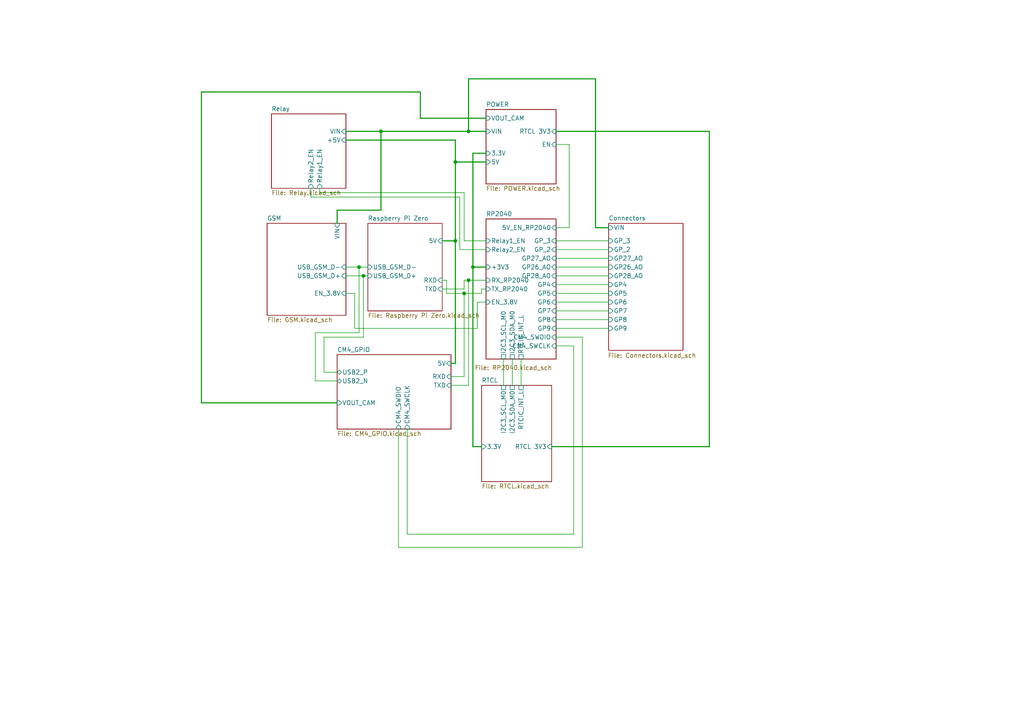
<source format=kicad_sch>
(kicad_sch (version 20230819) (generator eeschema)
  (paper "A4")
  (lib_symbols)
  (junction (at 137.16 77.47))
  (junction (at 135.89 81.28))
  (junction (at 134.62 85.09))
  (junction (at 135.89 38.1))
  (junction (at 132.08 69.85))
  (junction (at 110.49 38.1))
  (junction (at 105.41 80.01))
  (junction (at 104.14 77.47))
  (junction (at 132.08 46.99))
  (wire (pts (xy 148.59 104.14) (xy 148.59 111.76)))
  (wire (pts (xy 104.14 96.52) (xy 104.14 77.47)))
  (wire (pts (xy 91.44 110.49) (xy 91.44 96.52)))
  (wire (pts (xy 58.42 116.84) (xy 97.79 116.84)) (stroke (width 0.3048)))
  (wire (pts (xy 132.08 46.99) (xy 140.97 46.99)) (stroke (width 0.3048)))
  (wire (pts (xy 161.29 80.01) (xy 176.53 80.01)))
  (wire (pts (xy 105.41 80.01) (xy 106.68 80.01)))
  (wire (pts (xy 161.29 100.33) (xy 166.37 100.33)))
  (wire (pts (xy 115.57 124.46) (xy 115.57 158.75)))
  (wire (pts (xy 102.87 85.09) (xy 102.87 95.25)))
  (wire (pts (xy 165.1 66.04) (xy 165.1 41.91)))
  (wire (pts (xy 168.91 97.79) (xy 161.29 97.79)))
  (wire (pts (xy 134.62 109.22) (xy 134.62 85.09)))
  (wire (pts (xy 172.72 22.86) (xy 172.72 66.04)) (stroke (width 0.3048)))
  (wire (pts (xy 97.79 110.49) (xy 91.44 110.49)))
  (wire (pts (xy 166.37 100.33) (xy 166.37 154.94)))
  (wire (pts (xy 93.98 97.79) (xy 105.41 97.79)))
  (wire (pts (xy 161.29 92.71) (xy 176.53 92.71)))
  (wire (pts (xy 140.97 44.45) (xy 137.16 44.45)) (stroke (width 0.3048)))
  (wire (pts (xy 133.35 72.39) (xy 133.35 57.15)))
  (wire (pts (xy 133.35 57.15) (xy 90.17 57.15)))
  (wire (pts (xy 100.33 38.1) (xy 110.49 38.1)) (stroke (width 0.3048)))
  (wire (pts (xy 100.33 77.47) (xy 104.14 77.47)))
  (wire (pts (xy 110.49 60.96) (xy 97.79 60.96)) (stroke (width 0.3048)))
  (wire (pts (xy 135.89 22.86) (xy 172.72 22.86)) (stroke (width 0.3048)))
  (wire (pts (xy 110.49 38.1) (xy 135.89 38.1)) (stroke (width 0.3048)))
  (wire (pts (xy 161.29 74.93) (xy 176.53 74.93)))
  (wire (pts (xy 139.7 83.82) (xy 140.97 83.82)))
  (wire (pts (xy 97.79 60.96) (xy 97.79 64.77)) (stroke (width 0.3048)))
  (wire (pts (xy 135.89 38.1) (xy 135.89 22.86)) (stroke (width 0.3048)))
  (wire (pts (xy 134.62 81.28) (xy 134.62 83.82)))
  (wire (pts (xy 134.62 85.09) (xy 139.7 85.09)))
  (wire (pts (xy 140.97 81.28) (xy 135.89 81.28)))
  (wire (pts (xy 130.81 109.22) (xy 134.62 109.22)))
  (wire (pts (xy 92.71 54.61) (xy 92.71 55.88)))
  (wire (pts (xy 161.29 95.25) (xy 176.53 95.25)))
  (wire (pts (xy 135.89 81.28) (xy 134.62 81.28)))
  (wire (pts (xy 129.54 81.28) (xy 129.54 85.09)))
  (wire (pts (xy 160.02 129.54) (xy 205.74 129.54)) (stroke (width 0.3048)))
  (wire (pts (xy 161.29 69.85) (xy 176.53 69.85)))
  (wire (pts (xy 172.72 66.04) (xy 176.53 66.04)) (stroke (width 0.3048)))
  (wire (pts (xy 135.89 111.76) (xy 135.89 81.28)))
  (wire (pts (xy 138.43 87.63) (xy 138.43 95.25)))
  (wire (pts (xy 121.92 34.29) (xy 121.92 26.67)) (stroke (width 0.3048)))
  (wire (pts (xy 134.62 55.88) (xy 134.62 69.85)))
  (wire (pts (xy 166.37 154.94) (xy 118.11 154.94)))
  (wire (pts (xy 161.29 66.04) (xy 165.1 66.04)))
  (wire (pts (xy 135.89 38.1) (xy 140.97 38.1)) (stroke (width 0.3048)))
  (wire (pts (xy 130.81 111.76) (xy 135.89 111.76)))
  (wire (pts (xy 161.29 72.39) (xy 176.53 72.39)))
  (wire (pts (xy 100.33 80.01) (xy 105.41 80.01)))
  (wire (pts (xy 137.16 44.45) (xy 137.16 77.47)) (stroke (width 0.3048)))
  (wire (pts (xy 161.29 85.09) (xy 176.53 85.09)))
  (wire (pts (xy 121.92 26.67) (xy 58.42 26.67)) (stroke (width 0.3048)))
  (wire (pts (xy 129.54 85.09) (xy 134.62 85.09)))
  (wire (pts (xy 137.16 77.47) (xy 137.16 129.54)) (stroke (width 0.3048)))
  (wire (pts (xy 132.08 105.41) (xy 130.81 105.41)) (stroke (width 0.3048)))
  (wire (pts (xy 105.41 97.79) (xy 105.41 80.01)))
  (wire (pts (xy 90.17 57.15) (xy 90.17 54.61)))
  (wire (pts (xy 138.43 95.25) (xy 102.87 95.25)))
  (wire (pts (xy 151.13 104.14) (xy 151.13 111.76)))
  (wire (pts (xy 161.29 82.55) (xy 176.53 82.55)))
  (wire (pts (xy 132.08 40.64) (xy 132.08 46.99)) (stroke (width 0.3048)))
  (wire (pts (xy 100.33 40.64) (xy 132.08 40.64)) (stroke (width 0.3048)))
  (wire (pts (xy 205.74 38.1) (xy 161.29 38.1)) (stroke (width 0.3048)))
  (wire (pts (xy 137.16 77.47) (xy 140.97 77.47)) (stroke (width 0.3048)))
  (wire (pts (xy 139.7 85.09) (xy 139.7 83.82)))
  (wire (pts (xy 165.1 41.91) (xy 161.29 41.91)))
  (wire (pts (xy 110.49 38.1) (xy 110.49 60.96)) (stroke (width 0.3048)))
  (wire (pts (xy 58.42 26.67) (xy 58.42 116.84)) (stroke (width 0.3048)))
  (wire (pts (xy 140.97 34.29) (xy 121.92 34.29)) (stroke (width 0.3048)))
  (wire (pts (xy 134.62 69.85) (xy 140.97 69.85)))
  (wire (pts (xy 97.79 107.95) (xy 93.98 107.95)))
  (wire (pts (xy 168.91 158.75) (xy 168.91 97.79)))
  (wire (pts (xy 102.87 85.09) (xy 100.33 85.09)))
  (wire (pts (xy 161.29 90.17) (xy 176.53 90.17)))
  (wire (pts (xy 140.97 87.63) (xy 138.43 87.63)))
  (wire (pts (xy 161.29 87.63) (xy 176.53 87.63)))
  (wire (pts (xy 137.16 129.54) (xy 139.7 129.54)) (stroke (width 0.3048)))
  (wire (pts (xy 118.11 154.94) (xy 118.11 124.46)))
  (wire (pts (xy 128.27 69.85) (xy 132.08 69.85)) (stroke (width 0.3048)))
  (wire (pts (xy 92.71 55.88) (xy 134.62 55.88)))
  (wire (pts (xy 146.05 104.14) (xy 146.05 111.76)))
  (wire (pts (xy 104.14 77.47) (xy 106.68 77.47)))
  (wire (pts (xy 132.08 69.85) (xy 132.08 105.41)) (stroke (width 0.3048)))
  (wire (pts (xy 205.74 129.54) (xy 205.74 38.1)) (stroke (width 0.3048)))
  (wire (pts (xy 140.97 72.39) (xy 133.35 72.39)))
  (wire (pts (xy 161.29 77.47) (xy 176.53 77.47)))
  (wire (pts (xy 93.98 107.95) (xy 93.98 97.79)))
  (wire (pts (xy 91.44 96.52) (xy 104.14 96.52)))
  (wire (pts (xy 132.08 69.85) (xy 132.08 46.99)) (stroke (width 0.3048)))
  (wire (pts (xy 128.27 81.28) (xy 129.54 81.28)))
  (wire (pts (xy 115.57 158.75) (xy 168.91 158.75)))
  (wire (pts (xy 134.62 83.82) (xy 128.27 83.82)))
  (sheet (at 78.74 33.02) (size 21.59 21.59) (stroke (width 0.1524))
    (property "Sheetname" "Relay" (at 78.74 32.3084 0) (effects (justify left bottom)))
    (property "Sheetfile" "Relay.kicad_sch" (at 78.74 55.1946 0) (effects (justify left top)))
    (pin "Relay1_EN" input (at 92.71 54.61 270))
    (pin "VIN" input (at 100.33 38.1 0))
    (pin "+5V" input (at 100.33 40.64 0))
    (pin "Relay2_EN" input (at 90.17 54.61 270))
  )
  (sheet (at 77.47 64.77) (size 22.86 26.67) (stroke (width 0.1524))
    (property "Sheetname" "GSM" (at 77.47 64.0584 0) (effects (justify left bottom)))
    (property "Sheetfile" "GSM.kicad_sch" (at 77.47 92.0246 0) (effects (justify left top)))
    (pin "VIN" input (at 97.79 64.77 90))
    (pin "USB_GSM_D-" input (at 100.33 77.47 0))
    (pin "USB_GSM_D+" input (at 100.33 80.01 0))
    (pin "EN_3.8V" input (at 100.33 85.09 0))
  )
  (sheet (at 176.53 64.77) (size 21.59 36.83) (stroke (width 0.1524))
    (property "Sheetname" "Connectors" (at 176.53 64.008 0) (effects (justify left bottom)))
    (property "Sheetfile" "Connectors.kicad_sch" (at 176.276 102.362 0) (effects (justify left top)))
    (pin "GP26_AO" input (at 176.53 77.47 180))
    (pin "GP5" input (at 176.53 85.09 180))
    (pin "GP4" input (at 176.53 82.55 180))
    (pin "GP6" input (at 176.53 87.63 180))
    (pin "GP27_AO" input (at 176.53 74.93 180))
    (pin "GP_2" input (at 176.53 72.39 180))
    (pin "GP_3" input (at 176.53 69.85 180))
    (pin "GP8" input (at 176.53 92.71 180))
    (pin "GP7" input (at 176.53 90.17 180))
    (pin "GP9" input (at 176.53 95.25 180))
    (pin "VIN" input (at 176.53 66.04 180))
    (pin "GP28_AO" input (at 176.53 80.01 180))
  )
  (sheet (at 97.79 102.87) (size 33.02 21.59) (stroke (width 0.1524))
    (property "Sheetname" "CM4_GPIO" (at 97.79 102.1584 0) (effects (justify left bottom)))
    (property "Sheetfile" "CM4_GPIO.kicad_sch" (at 97.79 125.0446 0) (effects (justify left top)))
    (pin "5V" input (at 130.81 105.41 0))
    (pin "RXD" input (at 130.81 109.22 0))
    (pin "TXD" input (at 130.81 111.76 0))
    (pin "USB2_P" bidirectional (at 97.79 107.95 180))
    (pin "USB2_N" bidirectional (at 97.79 110.49 180))
    (pin "VOUT_CAM" input (at 97.79 116.84 180))
    (pin "CM4_SWCLK" input (at 118.11 124.46 270))
    (pin "CM4_SWDIO" input (at 115.57 124.46 270))
  )
  (sheet (at 106.68 64.77) (size 21.59 25.4) (stroke (width 0.1524))
    (property "Sheetname" "Raspberry Pi Zero" (at 106.68 64.0584 0) (effects (justify left bottom)))
    (property "Sheetfile" "Raspberry Pi Zero.kicad_sch" (at 106.68 90.7546 0) (effects (justify left top)))
    (pin "RXD" input (at 128.27 81.28 0))
    (pin "TXD" input (at 128.27 83.82 0))
    (pin "USB_GSM_D-" input (at 106.68 77.47 180))
    (pin "USB_GSM_D+" input (at 106.68 80.01 180))
    (pin "5V" input (at 128.27 69.85 0))
  )
  (sheet (at 139.7 111.76) (size 20.32 27.94) (stroke (width 0.1524))
    (property "Sheetname" "RTCL" (at 139.7 111.0484 0) (effects (justify left bottom)))
    (property "Sheetfile" "RTCL.kicad_sch" (at 139.7 140.2846 0) (effects (justify left top)))
    (pin "RTCIC_INT_L" passive (at 151.13 111.76 90))
    (pin "I2C3_SCL_M0" passive (at 146.05 111.76 90))
    (pin "I2C3_SDA_M0" passive (at 148.59 111.76 90))
    (pin "RTCL 3V3" input (at 160.02 129.54 0))
    (pin "3.3V" input (at 139.7 129.54 180))
  )
  (sheet (at 140.97 31.75) (size 20.32 21.59) (stroke (width 0.1524))
    (property "Sheetname" "POWER" (at 140.97 31.0384 0) (effects (justify left bottom)))
    (property "Sheetfile" "POWER.kicad_sch" (at 140.97 53.9246 0) (effects (justify left top)))
    (pin "3.3V" input (at 140.97 44.45 180))
    (pin "5V" input (at 140.97 46.99 180))
    (pin "EN" input (at 161.29 41.91 0))
    (pin "RTCL 3V3" input (at 161.29 38.1 0))
    (pin "VIN" input (at 140.97 38.1 180))
    (pin "VOUT_CAM" input (at 140.97 34.29 180))
  )
  (sheet (at 140.97 63.5) (size 20.32 40.64) (stroke (width 0.1524))
    (property "Sheetname" "RP2040" (at 140.97 62.7884 0) (effects (justify left bottom)))
    (property "Sheetfile" "RP2040.kicad_sch" (at 137.668 105.918 0) (effects (justify left top)))
    (pin "+3V3" input (at 140.97 77.47 180))
    (pin "GP26_AO" input (at 161.29 77.47 0))
    (pin "GP27_AO" input (at 161.29 74.93 0))
    (pin "GP6" input (at 161.29 87.63 0))
    (pin "GP4" input (at 161.29 82.55 0))
    (pin "GP5" input (at 161.29 85.09 0))
    (pin "GP_2" input (at 161.29 72.39 0))
    (pin "GP_3" input (at 161.29 69.85 0))
    (pin "RX_RP2040" input (at 140.97 81.28 180))
    (pin "TX_RP2040" input (at 140.97 83.82 180))
    (pin "5V_EN_RP2040" input (at 161.29 66.04 0))
    (pin "I2C3_SCL_M0" passive (at 146.05 104.14 270))
    (pin "I2C3_SDA_M0" passive (at 148.59 104.14 270))
    (pin "RTCIC_INT_L" passive (at 151.13 104.14 270))
    (pin "EN_3.8V" input (at 140.97 87.63 180))
    (pin "GP7" input (at 161.29 90.17 0))
    (pin "GP8" input (at 161.29 92.71 0))
    (pin "GP9" input (at 161.29 95.25 0))
    (pin "Relay1_EN" input (at 140.97 69.85 180))
    (pin "Relay2_EN" input (at 140.97 72.39 180))
    (pin "GP28_AO" input (at 161.29 80.01 0))
    (pin "CM4_SWDIO" input (at 161.29 97.79 0))
    (pin "CM4_SWCLK" input (at 161.29 100.33 0))
  )
)
</source>
